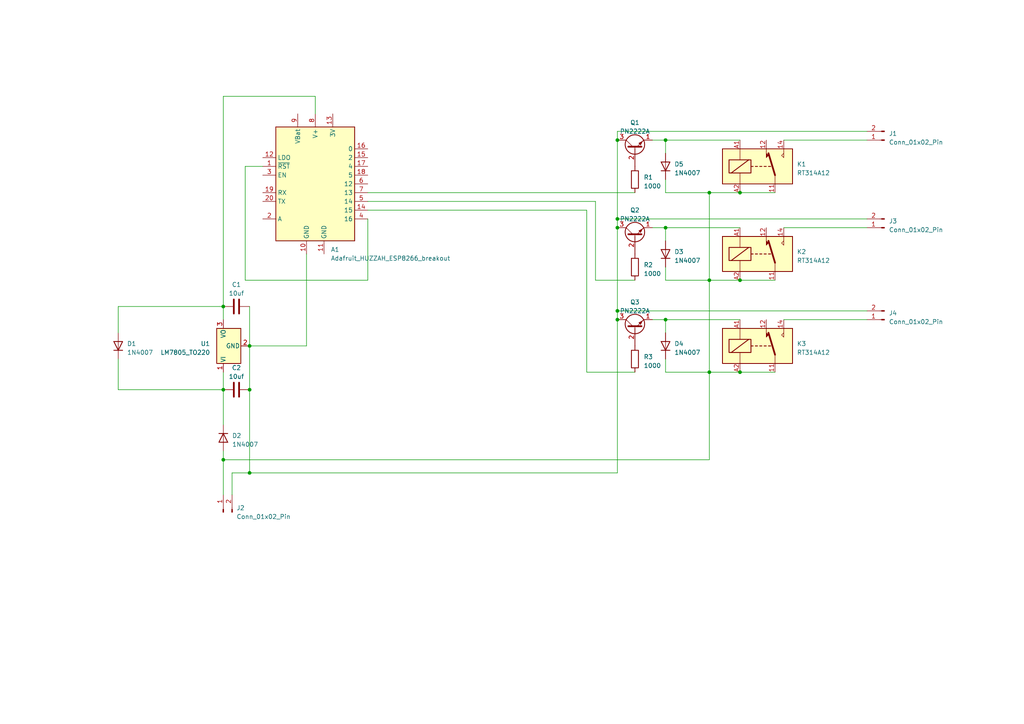
<source format=kicad_sch>
(kicad_sch (version 20230121) (generator eeschema)
  (paper "A4")
  (lib_symbols
    (symbol "Connector:Conn_01x02_Pin" (pin_names (offset 1.016) hide)
      (property "Reference" "J" (at 0 2.54 0))
      (property "Value" "Conn_01x02_Pin" (at 0 -5.08 0))
      (symbol "Conn_01x02_Pin_1_1"
        (polyline (pts (xy 1.27 -2.54) (xy 0.8636 -2.54)) (stroke (width 0.1524)))
        (polyline (pts (xy 1.27 0) (xy 0.8636 0)) (stroke (width 0.1524)))
        (rectangle (start 0.8636 -2.413) (end 0 -2.667) (stroke (width 0.1524)) (fill (type outline)))
        (rectangle (start 0.8636 0.127) (end 0 -0.127) (stroke (width 0.1524)) (fill (type outline)))
        (pin passive line (at 5.08 0 180) (length 3.81) (name "Pin_1") (number "1"))
        (pin passive line (at 5.08 -2.54 180) (length 3.81) (name "Pin_2") (number "2"))
      )
    )
    (symbol "Device:C" (pin_numbers hide) (pin_names (offset 0.254))
      (property "Reference" "C" (at 0.635 2.54 0))
      (property "Value" "C" (at 0.635 -2.54 0))
      (symbol "C_0_1"
        (polyline (pts (xy -2.032 -0.762) (xy 2.032 -0.762)) (stroke (width 0.508)))
        (polyline (pts (xy -2.032 0.762) (xy 2.032 0.762)) (stroke (width 0.508)))
      )
      (symbol "C_1_1"
        (pin passive line (at 0 3.81 270) (length 2.794) (name "~") (number "1"))
        (pin passive line (at 0 -3.81 90) (length 2.794) (name "~") (number "2"))
      )
    )
    (symbol "Device:R" (pin_numbers hide) (pin_names (offset 0))
      (property "Reference" "R" (at 2.032 0 90))
      (property "Value" "R" (at 0 0 90))
      (symbol "R_0_1"
        (rectangle (start -1.016 -2.54) (end 1.016 2.54) (stroke (width 0.254)))
      )
      (symbol "R_1_1"
        (pin passive line (at 0 3.81 270) (length 1.27) (name "~") (number "1"))
        (pin passive line (at 0 -3.81 90) (length 1.27) (name "~") (number "2"))
      )
    )
    (symbol "Diode:1N4007" (pin_numbers hide) (pin_names hide)
      (property "Reference" "D" (at 0 2.54 0))
      (property "Value" "1N4007" (at 0 -2.54 0))
      (symbol "1N4007_0_1"
        (polyline (pts (xy -1.27 1.27) (xy -1.27 -1.27)) (stroke (width 0.254)))
        (polyline (pts (xy 1.27 0) (xy -1.27 0)))
        (polyline (pts (xy 1.27 1.27) (xy 1.27 -1.27) (xy -1.27 0) (xy 1.27 1.27)) (stroke (width 0.254)))
      )
      (symbol "1N4007_1_1"
        (pin passive line (at -3.81 0 0) (length 2.54) (name "K") (number "1"))
        (pin passive line (at 3.81 0 180) (length 2.54) (name "A") (number "2"))
      )
    )
    (symbol "MCU_Module:Adafruit_HUZZAH_ESP8266_breakout"
      (property "Reference" "A" (at 7.62 19.05 0))
      (property "Value" "Adafruit_HUZZAH_ESP8266_breakout" (at 3.81 -19.05 0))
      (symbol "Adafruit_HUZZAH_ESP8266_breakout_0_1"
        (rectangle (start -11.43 16.51) (end 11.43 -16.51) (stroke (width 0.254)) (fill (type background)))
      )
      (symbol "Adafruit_HUZZAH_ESP8266_breakout_1_1"
        (pin input line (at -15.24 5.08 0) (length 3.81) (name "~{RST}") (number "1"))
        (pin power_in line (at -2.54 -20.32 90) (length 3.81) (name "GND") (number "10"))
        (pin power_in line (at 2.54 -20.32 90) (length 3.81) (name "GND") (number "11"))
        (pin input line (at -15.24 7.62 0) (length 3.81) (name "LDO") (number "12"))
        (pin power_out line (at 5.08 20.32 270) (length 3.81) (name "3V") (number "13"))
        (pin bidirectional line (at 15.24 -7.62 180) (length 3.81) (name "15") (number "14"))
        (pin bidirectional line (at 15.24 7.62 180) (length 3.81) (name "2") (number "15"))
        (pin bidirectional line (at 15.24 10.16 180) (length 3.81) (name "0") (number "16"))
        (pin bidirectional line (at 15.24 5.08 180) (length 3.81) (name "4") (number "17"))
        (pin bidirectional line (at 15.24 2.54 180) (length 3.81) (name "5") (number "18"))
        (pin input line (at -15.24 -2.54 0) (length 3.81) (name "RX") (number "19"))
        (pin input line (at -15.24 -10.16 0) (length 3.81) (name "A") (number "2"))
        (pin output line (at -15.24 -5.08 0) (length 3.81) (name "TX") (number "20"))
        (pin input line (at -15.24 2.54 0) (length 3.81) (name "EN") (number "3"))
        (pin bidirectional line (at 15.24 -10.16 180) (length 3.81) (name "16") (number "4"))
        (pin bidirectional line (at 15.24 -5.08 180) (length 3.81) (name "14") (number "5"))
        (pin bidirectional line (at 15.24 0 180) (length 3.81) (name "12") (number "6"))
        (pin bidirectional line (at 15.24 -2.54 180) (length 3.81) (name "13") (number "7"))
        (pin power_in line (at 0 20.32 270) (length 3.81) (name "V+") (number "8"))
        (pin power_in line (at -5.08 20.32 270) (length 3.81) (name "VBat") (number "9"))
      )
    )
    (symbol "Regulator_Linear:LM7805_TO220" (pin_names (offset 0.254))
      (property "Reference" "U" (at -3.81 3.175 0))
      (property "Value" "LM7805_TO220" (at 0 3.175 0))
      (symbol "LM7805_TO220_0_1"
        (rectangle (start -5.08 1.905) (end 5.08 -5.08) (stroke (width 0.254)) (fill (type background)))
      )
      (symbol "LM7805_TO220_1_1"
        (pin power_in line (at -7.62 0 0) (length 2.54) (name "VI") (number "1"))
        (pin power_in line (at 0 -7.62 90) (length 2.54) (name "GND") (number "2"))
        (pin power_out line (at 7.62 0 180) (length 2.54) (name "VO") (number "3"))
      )
    )
    (symbol "Relay:RT314A12"
      (property "Reference" "K" (at 11.43 3.81 0))
      (property "Value" "RT314A12" (at 11.43 1.27 0))
      (symbol "RT314A12_0_0"
        (polyline (pts (xy -2.54 1.905) (xy -7.62 -1.905)) (stroke (width 0.254)))
      )
      (symbol "RT314A12_0_1"
        (rectangle (start -10.16 5.08) (end 10.16 -5.08) (stroke (width 0.254)) (fill (type background)))
        (rectangle (start -8.255 1.905) (end -1.905 -1.905) (stroke (width 0.254)))
        (polyline (pts (xy -5.08 -5.08) (xy -5.08 -1.905)))
        (polyline (pts (xy -5.08 5.08) (xy -5.08 1.905)))
        (polyline (pts (xy -1.905 0) (xy -1.27 0)) (stroke (width 0.254)))
        (polyline (pts (xy -0.635 0) (xy 0 0)) (stroke (width 0.254)))
        (polyline (pts (xy 0.635 0) (xy 1.27 0)) (stroke (width 0.254)))
        (polyline (pts (xy 1.905 0) (xy 2.54 0)) (stroke (width 0.254)))
        (polyline (pts (xy 3.175 0) (xy 3.81 0)) (stroke (width 0.254)))
        (polyline (pts (xy 5.08 -2.54) (xy 3.175 3.81)) (stroke (width 0.508)))
        (polyline (pts (xy 5.08 -2.54) (xy 5.08 -5.08)))
        (polyline (pts (xy 2.54 5.08) (xy 2.54 2.54) (xy 3.175 3.175) (xy 2.54 3.81)) (fill (type outline)))
        (polyline (pts (xy 7.62 5.08) (xy 7.62 2.54) (xy 6.985 3.175) (xy 7.62 3.81)))
      )
      (symbol "RT314A12_1_1"
        (pin passive line (at 5.08 -7.62 90) (length 2.54) (name "~") (number "11"))
        (pin passive line (at 2.54 7.62 270) (length 2.54) (name "~") (number "12"))
        (pin passive line (at 7.62 7.62 270) (length 2.54) (name "~") (number "14"))
        (pin passive line (at -5.08 7.62 270) (length 2.54) (name "~") (number "A1"))
        (pin passive line (at -5.08 -7.62 90) (length 2.54) (name "~") (number "A2"))
      )
    )
    (symbol "Transistor_BJT:PN2222A" (pin_names (offset 0) hide)
      (property "Reference" "Q" (at 5.08 1.905 0))
      (property "Value" "PN2222A" (at 5.08 0 0))
      (symbol "PN2222A_0_1"
        (polyline (pts (xy 0 0) (xy 0.635 0)))
        (polyline (pts (xy 2.54 -2.54) (xy 0.635 -0.635)))
        (polyline (pts (xy 2.54 2.54) (xy 0.635 0.635)))
        (polyline (pts (xy 0.635 1.905) (xy 0.635 -1.905) (xy 0.635 -1.905)) (stroke (width 0.508)))
        (polyline (pts (xy 2.413 -2.413) (xy 1.905 -1.905) (xy 1.905 -1.905)))
        (polyline (pts (xy 1.143 -1.651) (xy 1.651 -1.143) (xy 2.159 -2.159) (xy 1.143 -1.651) (xy 1.143 -1.651)) (fill (type outline)))
        (circle (center 1.27 0) (radius 2.8194) (stroke (width 0.254)))
      )
      (symbol "PN2222A_1_1"
        (pin passive line (at 2.54 -5.08 90) (length 2.54) (name "E") (number "1"))
        (pin input line (at -5.08 0 0) (length 5.08) (name "B") (number "2"))
        (pin passive line (at 2.54 5.08 270) (length 2.54) (name "C") (number "3"))
      )
    )
  )
  (junction (at 179.07 40.64))
  (junction (at 72.39 137.16))
  (junction (at 205.74 81.28))
  (junction (at 64.77 133.35))
  (junction (at 179.07 90.17))
  (junction (at 64.77 113.03))
  (junction (at 193.04 40.64))
  (junction (at 179.07 63.5))
  (junction (at 64.77 88.9))
  (junction (at 205.74 107.95))
  (junction (at 72.39 113.03))
  (junction (at 193.04 92.71))
  (junction (at 214.63 55.88))
  (junction (at 193.04 66.04))
  (junction (at 72.39 100.33))
  (junction (at 214.63 81.28))
  (junction (at 214.63 107.95))
  (junction (at 179.07 92.71))
  (junction (at 179.07 66.04))
  (junction (at 205.74 55.88))
  (wire (pts (xy 34.29 88.9) (xy 64.77 88.9)))
  (wire (pts (xy 67.31 143.51) (xy 67.31 137.16)))
  (wire (pts (xy 214.63 107.95) (xy 224.79 107.95)))
  (wire (pts (xy 193.04 66.04) (xy 214.63 66.04)))
  (wire (pts (xy 227.33 92.71) (xy 251.46 92.71)))
  (wire (pts (xy 179.07 63.5) (xy 179.07 66.04)))
  (wire (pts (xy 64.77 133.35) (xy 64.77 143.51)))
  (wire (pts (xy 88.9 73.66) (xy 88.9 100.33)))
  (wire (pts (xy 64.77 130.81) (xy 64.77 133.35)))
  (wire (pts (xy 214.63 81.28) (xy 224.79 81.28)))
  (wire (pts (xy 193.04 55.88) (xy 205.74 55.88)))
  (wire (pts (xy 184.15 107.95) (xy 170.18 107.95)))
  (wire (pts (xy 34.29 96.52) (xy 34.29 88.9)))
  (wire (pts (xy 193.04 44.45) (xy 193.04 40.64)))
  (wire (pts (xy 193.04 69.85) (xy 193.04 66.04)))
  (wire (pts (xy 189.23 92.71) (xy 193.04 92.71)))
  (wire (pts (xy 227.33 40.64) (xy 251.46 40.64)))
  (wire (pts (xy 88.9 100.33) (xy 72.39 100.33)))
  (wire (pts (xy 106.68 81.28) (xy 71.12 81.28)))
  (wire (pts (xy 193.04 96.52) (xy 193.04 92.71)))
  (wire (pts (xy 71.12 48.26) (xy 76.2 48.26)))
  (wire (pts (xy 170.18 60.96) (xy 106.68 60.96)))
  (wire (pts (xy 189.23 40.64) (xy 193.04 40.64)))
  (wire (pts (xy 72.39 88.9) (xy 72.39 100.33)))
  (wire (pts (xy 184.15 81.28) (xy 172.72 81.28)))
  (wire (pts (xy 205.74 55.88) (xy 214.63 55.88)))
  (wire (pts (xy 193.04 107.95) (xy 205.74 107.95)))
  (wire (pts (xy 193.04 81.28) (xy 205.74 81.28)))
  (wire (pts (xy 91.44 33.02) (xy 91.44 27.94)))
  (wire (pts (xy 205.74 107.95) (xy 214.63 107.95)))
  (wire (pts (xy 193.04 81.28) (xy 193.04 77.47)))
  (wire (pts (xy 179.07 92.71) (xy 179.07 137.16)))
  (wire (pts (xy 72.39 100.33) (xy 72.39 113.03)))
  (wire (pts (xy 64.77 133.35) (xy 205.74 133.35)))
  (wire (pts (xy 179.07 137.16) (xy 72.39 137.16)))
  (wire (pts (xy 91.44 27.94) (xy 64.77 27.94)))
  (wire (pts (xy 34.29 104.14) (xy 34.29 113.03)))
  (wire (pts (xy 67.31 137.16) (xy 72.39 137.16)))
  (wire (pts (xy 227.33 66.04) (xy 251.46 66.04)))
  (wire (pts (xy 64.77 113.03) (xy 64.77 107.95)))
  (wire (pts (xy 34.29 113.03) (xy 64.77 113.03)))
  (wire (pts (xy 193.04 40.64) (xy 214.63 40.64)))
  (wire (pts (xy 179.07 63.5) (xy 251.46 63.5)))
  (wire (pts (xy 205.74 81.28) (xy 214.63 81.28)))
  (wire (pts (xy 205.74 81.28) (xy 205.74 107.95)))
  (wire (pts (xy 189.23 66.04) (xy 193.04 66.04)))
  (wire (pts (xy 179.07 90.17) (xy 179.07 92.71)))
  (wire (pts (xy 193.04 107.95) (xy 193.04 104.14)))
  (wire (pts (xy 71.12 81.28) (xy 71.12 48.26)))
  (wire (pts (xy 179.07 66.04) (xy 179.07 90.17)))
  (wire (pts (xy 64.77 27.94) (xy 64.77 88.9)))
  (wire (pts (xy 214.63 55.88) (xy 224.79 55.88)))
  (wire (pts (xy 172.72 58.42) (xy 106.68 58.42)))
  (wire (pts (xy 170.18 107.95) (xy 170.18 60.96)))
  (wire (pts (xy 179.07 40.64) (xy 179.07 63.5)))
  (wire (pts (xy 64.77 88.9) (xy 64.77 92.71)))
  (wire (pts (xy 184.15 55.88) (xy 106.68 55.88)))
  (wire (pts (xy 72.39 137.16) (xy 72.39 113.03)))
  (wire (pts (xy 172.72 81.28) (xy 172.72 58.42)))
  (wire (pts (xy 179.07 38.1) (xy 179.07 40.64)))
  (wire (pts (xy 106.68 63.5) (xy 106.68 81.28)))
  (wire (pts (xy 205.74 107.95) (xy 205.74 133.35)))
  (wire (pts (xy 205.74 55.88) (xy 205.74 81.28)))
  (wire (pts (xy 193.04 55.88) (xy 193.04 52.07)))
  (wire (pts (xy 64.77 113.03) (xy 64.77 123.19)))
  (wire (pts (xy 193.04 92.71) (xy 214.63 92.71)))
  (wire (pts (xy 179.07 38.1) (xy 251.46 38.1)))
  (wire (pts (xy 179.07 90.17) (xy 251.46 90.17)))
  (symbol (lib_id "Device:R") (at 184.15 52.07 0) (unit 1)
    (property "Reference" "R1" (at 186.69 51.435 0) (effects (justify left)))
    (property "Value" "1000" (at 186.69 53.975 0) (effects (justify left)))
    (property "Footprint" "Resistor_THT:R_Axial_DIN0414_L11.9mm_D4.5mm_P20.32mm_Horizontal" (effects hide))
  )
  (symbol (lib_id "Device:C") (at 68.58 113.03 90) (unit 1)
    (property "Reference" "C2" (at 68.58 106.68 90))
    (property "Value" "10uf" (at 68.58 109.22 90))
    (property "Footprint" "Capacitor_THT:CP_Radial_D5.0mm_P2.00mm" (effects hide))
  )
  (symbol (lib_id "Connector:Conn_01x02_Pin") (at 256.54 92.71 180) (unit 1)
    (property "Reference" "J4" (at 257.81 90.805 0) (effects (justify right)))
    (property "Value" "Conn_01x02_Pin" (at 257.81 93.345 0) (effects (justify right)))
    (property "Footprint" "Connector_JST:JST_XH_B2B-XH-A_1x02_P2.50mm_Vertical" (effects hide))
  )
  (symbol (lib_id "Relay:RT314A12") (at 219.71 100.33 0) (unit 1)
    (property "Reference" "K3" (at 231.14 99.695 0) (effects (justify left)))
    (property "Value" "RT314A12" (at 231.14 102.235 0) (effects (justify left)))
    (property "Footprint" "Relay_THT:Relay_SPDT_Finder_36.11" (effects hide))
    (property "Datasheet" "https://www.te.com/commerce/DocumentDelivery/DDEController?Action=srchrtrv&DocNm=RT1_bistable&DocType=DS&DocLang=English" (effects hide))
  )
  (symbol (lib_id "Diode:1N4007") (at 193.04 48.26 90) (unit 1)
    (property "Reference" "D5" (at 195.58 47.625 90) (effects (justify right)))
    (property "Value" "1N4007" (at 195.58 50.165 90) (effects (justify right)))
    (property "Footprint" "Diode_THT:D_DO-41_SOD81_P10.16mm_Horizontal" (effects hide))
    (property "Datasheet" "http://www.vishay.com/docs/88503/1n4001.pdf" (effects hide))
    (property "Sim.Device" "D" (effects hide))
    (property "Sim.Pins" "1=K 2=A" (effects hide))
  )
  (symbol (lib_id "Regulator_Linear:LM7805_TO220") (at 64.77 100.33 90) (unit 1)
    (property "Reference" "U1" (at 60.96 99.695 90) (effects (justify left)))
    (property "Value" "LM7805_TO220" (at 60.96 102.235 90) (effects (justify left)))
    (property "Footprint" "Package_TO_SOT_THT:TO-220-3_Vertical" (effects hide))
    (property "Datasheet" "https://www.onsemi.cn/PowerSolutions/document/MC7800-D.PDF" (effects hide))
  )
  (symbol (lib_id "Device:C") (at 68.58 88.9 90) (unit 1)
    (property "Reference" "C1" (at 68.58 82.55 90))
    (property "Value" "10uf" (at 68.58 85.09 90))
    (property "Footprint" "Capacitor_THT:CP_Radial_D5.0mm_P2.00mm" (effects hide))
  )
  (symbol (lib_id "Connector:Conn_01x02_Pin") (at 256.54 40.64 180) (unit 1)
    (property "Reference" "J1" (at 257.81 38.735 0) (effects (justify right)))
    (property "Value" "Conn_01x02_Pin" (at 257.81 41.275 0) (effects (justify right)))
    (property "Footprint" "Connector_JST:JST_XH_B2B-XH-A_1x02_P2.50mm_Vertical" (effects hide))
  )
  (symbol (lib_id "Relay:RT314A12") (at 219.71 48.26 0) (unit 1)
    (property "Reference" "K1" (at 231.14 47.625 0) (effects (justify left)))
    (property "Value" "RT314A12" (at 231.14 50.165 0) (effects (justify left)))
    (property "Footprint" "Relay_THT:Relay_SPDT_Finder_36.11" (effects hide))
    (property "Datasheet" "https://www.te.com/commerce/DocumentDelivery/DDEController?Action=srchrtrv&DocNm=RT1_bistable&DocType=DS&DocLang=English" (effects hide))
  )
  (symbol (lib_id "Diode:1N4007") (at 193.04 73.66 90) (unit 1)
    (property "Reference" "D3" (at 195.58 73.025 90) (effects (justify right)))
    (property "Value" "1N4007" (at 195.58 75.565 90) (effects (justify right)))
    (property "Footprint" "Diode_THT:D_DO-41_SOD81_P10.16mm_Horizontal" (effects hide))
    (property "Datasheet" "http://www.vishay.com/docs/88503/1n4001.pdf" (effects hide))
    (property "Sim.Device" "D" (effects hide))
    (property "Sim.Pins" "1=K 2=A" (effects hide))
  )
  (symbol (lib_id "Connector:Conn_01x02_Pin") (at 64.77 148.59 90) (unit 1)
    (property "Reference" "J2" (at 68.58 147.32 90) (effects (justify right)))
    (property "Value" "Conn_01x02_Pin" (at 68.58 149.86 90) (effects (justify right)))
    (property "Footprint" "Connector_JST:JST_XH_B2B-XH-A_1x02_P2.50mm_Vertical" (effects hide))
  )
  (symbol (lib_id "Diode:1N4007") (at 34.29 100.33 90) (unit 1)
    (property "Reference" "D1" (at 36.83 99.695 90) (effects (justify right)))
    (property "Value" "1N4007" (at 36.83 102.235 90) (effects (justify right)))
    (property "Footprint" "Diode_THT:D_DO-41_SOD81_P10.16mm_Horizontal" (effects hide))
    (property "Datasheet" "http://www.vishay.com/docs/88503/1n4001.pdf" (effects hide))
    (property "Sim.Device" "D" (effects hide))
    (property "Sim.Pins" "1=K 2=A" (effects hide))
  )
  (symbol (lib_id "Device:R") (at 184.15 104.14 0) (unit 1)
    (property "Reference" "R3" (at 186.69 103.505 0) (effects (justify left)))
    (property "Value" "1000" (at 186.69 106.045 0) (effects (justify left)))
    (property "Footprint" "Resistor_THT:R_Axial_DIN0414_L11.9mm_D4.5mm_P20.32mm_Horizontal" (effects hide))
  )
  (symbol (lib_id "MCU_Module:Adafruit_HUZZAH_ESP8266_breakout") (at 91.44 53.34 0) (unit 1)
    (property "Reference" "A1" (at 95.9359 72.39 0) (effects (justify left)))
    (property "Value" "Adafruit_HUZZAH_ESP8266_breakout" (at 95.9359 74.93 0) (effects (justify left)))
    (property "Footprint" "Module:Adafruit_HUZZAH_ESP8266_breakout_WithMountingHoles" (effects hide))
    (property "Datasheet" "https://www.adafruit.com/product/2471" (effects hide))
  )
  (symbol (lib_id "Transistor_BJT:PN2222A") (at 184.15 68.58 90) (unit 1)
    (property "Reference" "Q2" (at 184.15 60.96 90))
    (property "Value" "PN2222A" (at 184.15 63.5 90))
    (property "Footprint" "Package_TO_SOT_THT:TO-92_Inline" (effects hide))
    (property "Datasheet" "https://www.onsemi.com/pub/Collateral/PN2222-D.PDF" (effects hide))
  )
  (symbol (lib_id "Transistor_BJT:PN2222A") (at 184.15 95.25 90) (unit 1)
    (property "Reference" "Q3" (at 184.15 87.63 90))
    (property "Value" "PN2222A" (at 184.15 90.17 90))
    (property "Footprint" "Package_TO_SOT_THT:TO-92_Inline" (effects hide))
    (property "Datasheet" "https://www.onsemi.com/pub/Collateral/PN2222-D.PDF" (effects hide))
  )
  (symbol (lib_id "Relay:RT314A12") (at 219.71 73.66 0) (unit 1)
    (property "Reference" "K2" (at 231.14 73.025 0) (effects (justify left)))
    (property "Value" "RT314A12" (at 231.14 75.565 0) (effects (justify left)))
    (property "Footprint" "Relay_THT:Relay_SPDT_Finder_36.11" (effects hide))
    (property "Datasheet" "https://www.te.com/commerce/DocumentDelivery/DDEController?Action=srchrtrv&DocNm=RT1_bistable&DocType=DS&DocLang=English" (effects hide))
  )
  (symbol (lib_id "Device:R") (at 184.15 77.47 0) (unit 1)
    (property "Reference" "R2" (at 186.69 76.835 0) (effects (justify left)))
    (property "Value" "1000" (at 186.69 79.375 0) (effects (justify left)))
    (property "Footprint" "Resistor_THT:R_Axial_DIN0414_L11.9mm_D4.5mm_P20.32mm_Horizontal" (effects hide))
  )
  (symbol (lib_id "Diode:1N4007") (at 64.77 127 270) (unit 1)
    (property "Reference" "D2" (at 67.31 126.365 90) (effects (justify left)))
    (property "Value" "1N4007" (at 67.31 128.905 90) (effects (justify left)))
    (property "Footprint" "Diode_THT:D_DO-41_SOD81_P10.16mm_Horizontal" (effects hide))
    (property "Datasheet" "http://www.vishay.com/docs/88503/1n4001.pdf" (effects hide))
    (property "Sim.Device" "D" (effects hide))
    (property "Sim.Pins" "1=K 2=A" (effects hide))
  )
  (symbol (lib_id "Connector:Conn_01x02_Pin") (at 256.54 66.04 180) (unit 1)
    (property "Reference" "J3" (at 257.81 64.135 0) (effects (justify right)))
    (property "Value" "Conn_01x02_Pin" (at 257.81 66.675 0) (effects (justify right)))
    (property "Footprint" "Connector_JST:JST_XH_B2B-XH-A_1x02_P2.50mm_Vertical" (effects hide))
  )
  (symbol (lib_id "Transistor_BJT:PN2222A") (at 184.15 43.18 90) (unit 1)
    (property "Reference" "Q1" (at 184.15 35.56 90))
    (property "Value" "PN2222A" (at 184.15 38.1 90))
    (property "Footprint" "Package_TO_SOT_THT:TO-92_Inline" (effects hide))
    (property "Datasheet" "https://www.onsemi.com/pub/Collateral/PN2222-D.PDF" (effects hide))
  )
  (symbol (lib_id "Diode:1N4007") (at 193.04 100.33 90) (unit 1)
    (property "Reference" "D4" (at 195.58 99.695 90) (effects (justify right)))
    (property "Value" "1N4007" (at 195.58 102.235 90) (effects (justify right)))
    (property "Footprint" "Diode_THT:D_DO-41_SOD81_P10.16mm_Horizontal" (effects hide))
    (property "Datasheet" "http://www.vishay.com/docs/88503/1n4001.pdf" (effects hide))
    (property "Sim.Device" "D" (effects hide))
    (property "Sim.Pins" "1=K 2=A" (effects hide))
  )
)
</source>
